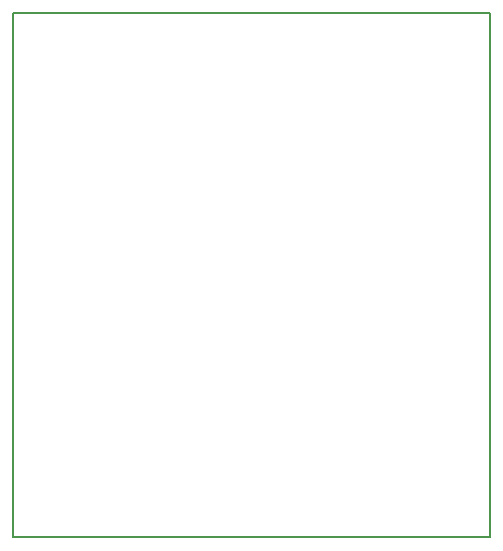
<source format=gbr>
G04 #@! TF.FileFunction,Profile,NP*
%FSLAX46Y46*%
G04 Gerber Fmt 4.6, Leading zero omitted, Abs format (unit mm)*
G04 Created by KiCad (PCBNEW 4.0.6+dfsg1-1) date Fri Nov 17 11:15:11 2017*
%MOMM*%
%LPD*%
G01*
G04 APERTURE LIST*
%ADD10C,0.100000*%
%ADD11C,0.150000*%
G04 APERTURE END LIST*
D10*
D11*
X40386000Y-127000D02*
X40386000Y44196000D01*
X0Y44196000D02*
X40386000Y44196000D01*
X0Y-127000D02*
X0Y44196000D01*
X40386000Y-127000D02*
X0Y-127000D01*
M02*

</source>
